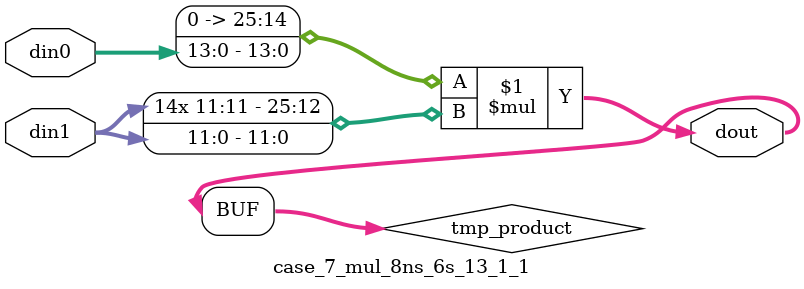
<source format=v>

`timescale 1 ns / 1 ps

 (* use_dsp = "no" *)  module case_7_mul_8ns_6s_13_1_1(din0, din1, dout);
parameter ID = 1;
parameter NUM_STAGE = 0;
parameter din0_WIDTH = 14;
parameter din1_WIDTH = 12;
parameter dout_WIDTH = 26;

input [din0_WIDTH - 1 : 0] din0; 
input [din1_WIDTH - 1 : 0] din1; 
output [dout_WIDTH - 1 : 0] dout;

wire signed [dout_WIDTH - 1 : 0] tmp_product;

























assign tmp_product = $signed({1'b0, din0}) * $signed(din1);










assign dout = tmp_product;





















endmodule

</source>
